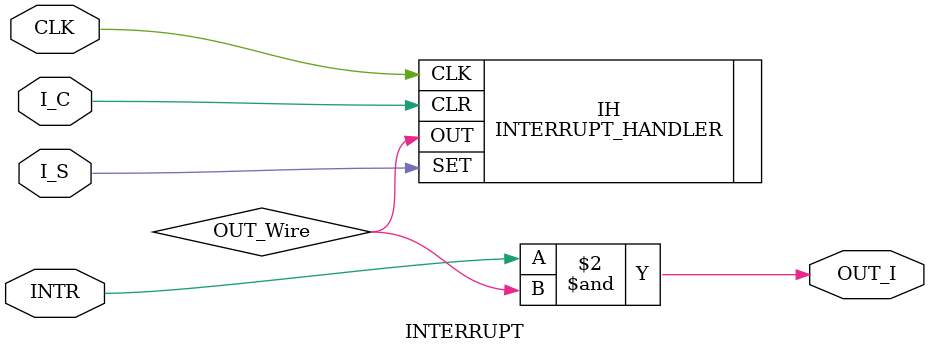
<source format=sv>
`timescale 1ns / 1ps


module INTERRUPT(
    input logic INTR,
    input logic I_S,
    input logic I_C,
    input CLK,
    output logic OUT_I
    );

wire OUT_Wire;   

INTERRUPT_HANDLER IH(.SET(I_S), .CLR(I_C), .CLK(CLK), .OUT(OUT_Wire));

always_comb begin

OUT_I = INTR & OUT_Wire;

end
endmodule

</source>
